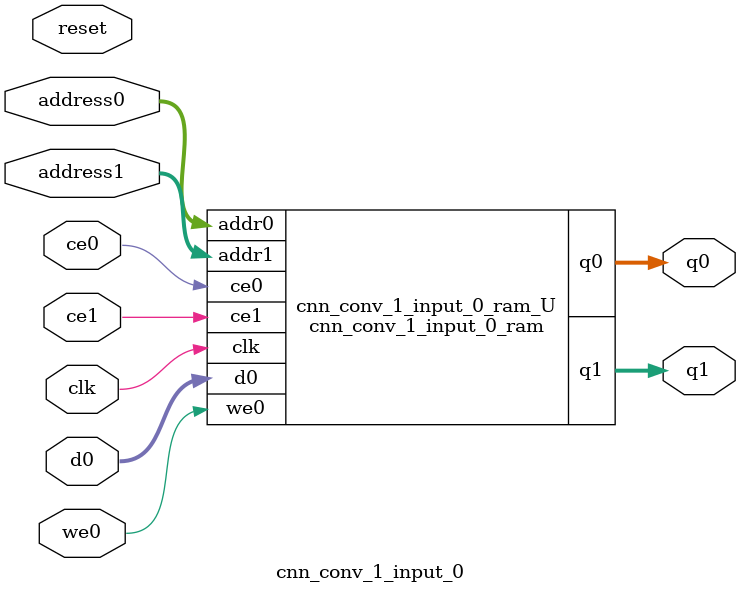
<source format=v>
`timescale 1 ns / 1 ps
module cnn_conv_1_input_0_ram (addr0, ce0, d0, we0, q0, addr1, ce1, q1,  clk);

parameter DWIDTH = 32;
parameter AWIDTH = 10;
parameter MEM_SIZE = 784;

input[AWIDTH-1:0] addr0;
input ce0;
input[DWIDTH-1:0] d0;
input we0;
output reg[DWIDTH-1:0] q0;
input[AWIDTH-1:0] addr1;
input ce1;
output reg[DWIDTH-1:0] q1;
input clk;

(* ram_style = "block" *)reg [DWIDTH-1:0] ram[0:MEM_SIZE-1];




always @(posedge clk)  
begin 
    if (ce0) 
    begin
        if (we0) 
        begin 
            ram[addr0] <= d0; 
        end 
        q0 <= ram[addr0];
    end
end


always @(posedge clk)  
begin 
    if (ce1) 
    begin
        q1 <= ram[addr1];
    end
end


endmodule

`timescale 1 ns / 1 ps
module cnn_conv_1_input_0(
    reset,
    clk,
    address0,
    ce0,
    we0,
    d0,
    q0,
    address1,
    ce1,
    q1);

parameter DataWidth = 32'd32;
parameter AddressRange = 32'd784;
parameter AddressWidth = 32'd10;
input reset;
input clk;
input[AddressWidth - 1:0] address0;
input ce0;
input we0;
input[DataWidth - 1:0] d0;
output[DataWidth - 1:0] q0;
input[AddressWidth - 1:0] address1;
input ce1;
output[DataWidth - 1:0] q1;



cnn_conv_1_input_0_ram cnn_conv_1_input_0_ram_U(
    .clk( clk ),
    .addr0( address0 ),
    .ce0( ce0 ),
    .we0( we0 ),
    .d0( d0 ),
    .q0( q0 ),
    .addr1( address1 ),
    .ce1( ce1 ),
    .q1( q1 ));

endmodule


</source>
